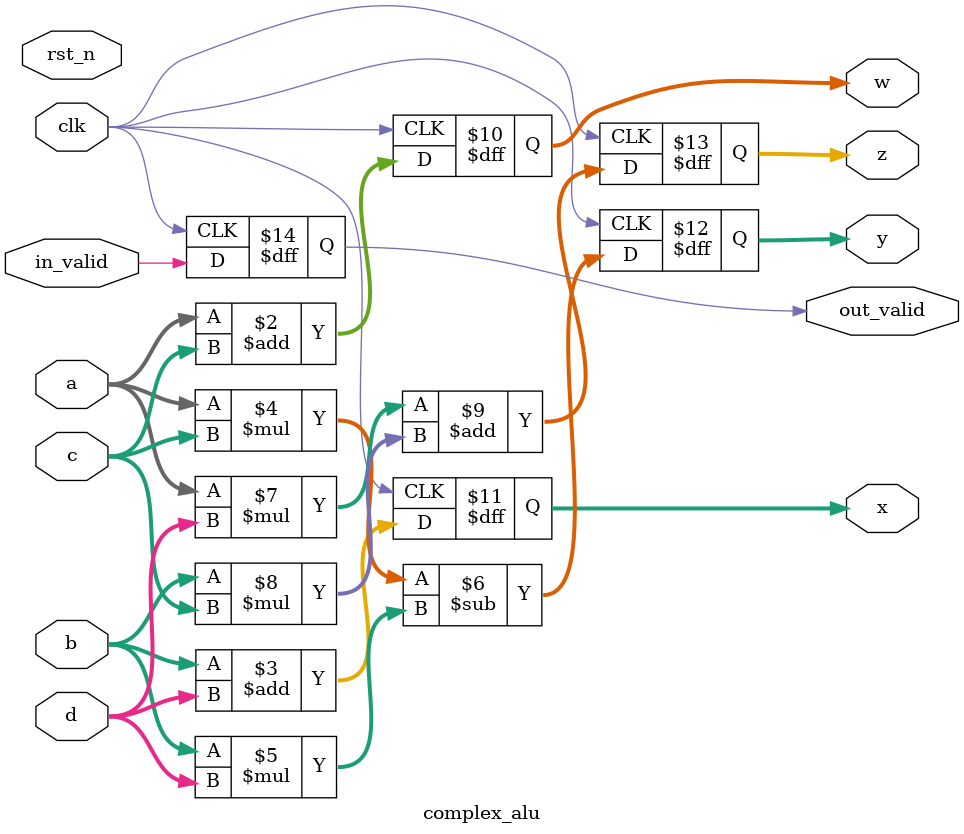
<source format=sv>
module complex_alu (
	input logic clk,    // Clock
	input  logic rst_n,
	input logic in_valid,
	input logic signed [15 : 0] a,b,c,d,
	output logic signed [16 : 0] w,x,
	output logic signed [31 : 0] y,z,
	output logic out_valid
);

	always @(posedge clk) begin : proc_
		// if(!rst_n) begin
		// 	w <= 0;
		// 	x <= 0;
		// 	y <= 0;
		// 	z <= 0;		
		// end 
		// else begin
			w <= a + c;
			x <= b + d;

			y <= (a * c) - (b * d);
			z <= (a * d) + (b * c);
    		out_valid <= in_valid ;
		// end 
	end
endmodule : complex_alu
</source>
